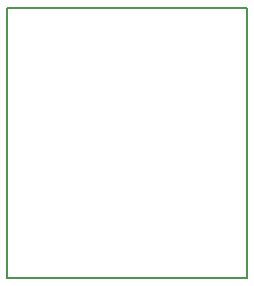
<source format=gbr>
G04 #@! TF.GenerationSoftware,KiCad,Pcbnew,(5.0.0)*
G04 #@! TF.CreationDate,2020-02-18T16:56:27+01:00*
G04 #@! TF.ProjectId,Test multiplexeur analogique,54657374206D756C7469706C65786575,rev?*
G04 #@! TF.SameCoordinates,Original*
G04 #@! TF.FileFunction,Profile,NP*
%FSLAX46Y46*%
G04 Gerber Fmt 4.6, Leading zero omitted, Abs format (unit mm)*
G04 Created by KiCad (PCBNEW (5.0.0)) date 02/18/20 16:56:27*
%MOMM*%
%LPD*%
G01*
G04 APERTURE LIST*
%ADD10C,0.200000*%
G04 APERTURE END LIST*
D10*
X170180000Y-101600000D02*
X170180000Y-78740000D01*
X149860000Y-101600000D02*
X170180000Y-101600000D01*
X149860000Y-78740000D02*
X149860000Y-101600000D01*
X170180000Y-78740000D02*
X149860000Y-78740000D01*
M02*

</source>
